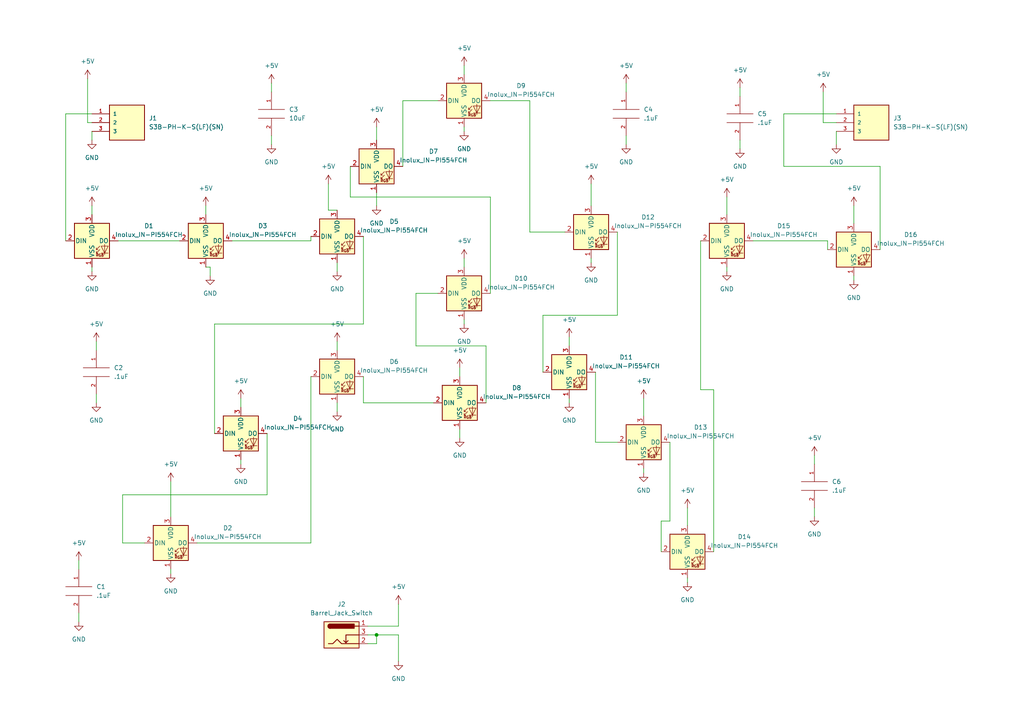
<source format=kicad_sch>
(kicad_sch (version 20211123) (generator eeschema)
  (paper "A4")
  (lib_symbols
    (symbol "Connector:Barrel_Jack_Switch" (pin_names hide)
      (property "Reference" "J" (at 0 5.334 0))
      (property "Value" "Barrel_Jack_Switch" (at 0 -5.08 0))
      (symbol "Barrel_Jack_Switch_0_1"
        (rectangle (start -5.08 3.81) (end 5.08 -3.81) (stroke (width 0.254)) (fill (type background)))
        (arc (start -3.302 3.175) (mid -3.937 2.54) (end -3.302 1.905) (stroke (width 0.254)))
        (arc (start -3.302 3.175) (mid -3.937 2.54) (end -3.302 1.905) (stroke (width 0.254)) (fill (type outline)))
        (polyline (pts (xy 1.27 -2.286) (xy 1.905 -1.651)) (stroke (width 0.254)))
        (polyline (pts (xy 5.08 2.54) (xy 3.81 2.54)) (stroke (width 0.254)))
        (polyline (pts (xy 5.08 0) (xy 1.27 0) (xy 1.27 -2.286) (xy 0.635 -1.651)) (stroke (width 0.254)))
        (polyline (pts (xy -3.81 -2.54) (xy -2.54 -2.54) (xy -1.27 -1.27) (xy 0 -2.54) (xy 2.54 -2.54) (xy 5.08 -2.54)) (stroke (width 0.254)))
        (rectangle (start 3.683 3.175) (end -3.302 1.905) (stroke (width 0.254)) (fill (type outline)))
      )
      (symbol "Barrel_Jack_Switch_1_1"
        (pin passive line (at 7.62 2.54 180) (length 2.54) (name "~") (number "1"))
        (pin passive line (at 7.62 -2.54 180) (length 2.54) (name "~") (number "2"))
        (pin passive line (at 7.62 0 180) (length 2.54) (name "~") (number "3"))
      )
    )
    (symbol "JST-PH 3-pin:S3B-PH-K-S(LF)(SN)" (pin_names (offset 1.016))
      (property "Reference" "J" (at -5.08 5.842 0))
      (property "Value" "S3B-PH-K-S(LF)(SN)" (at -5.08 -7.62 0))
      (symbol "S3B-PH-K-S(LF)(SN)_0_0"
        (rectangle (start -5.08 -5.08) (end 5.08 5.08) (stroke (width 0.254)) (fill (type background)))
        (pin passive line (at -10.16 2.54 0) (length 5.08) (name "1") (number "1"))
        (pin passive line (at -10.16 0 0) (length 5.08) (name "2") (number "2"))
        (pin passive line (at -10.16 -2.54 0) (length 5.08) (name "3") (number "3"))
      )
    )
    (symbol "LED:Inolux_IN-PI554FCH" (pin_names (offset 0.254))
      (property "Reference" "D" (at 5.08 5.715 0))
      (property "Value" "Inolux_IN-PI554FCH" (at 1.27 -5.715 0))
      (symbol "Inolux_IN-PI554FCH_0_0"
        (text "RGB" (at 2.286 -4.191 0) (effects (font (size 0.762 0.762))))
      )
      (symbol "Inolux_IN-PI554FCH_0_1"
        (polyline (pts (xy 1.27 -3.556) (xy 1.778 -3.556)))
        (polyline (pts (xy 1.27 -2.54) (xy 1.778 -2.54)))
        (polyline (pts (xy 4.699 -3.556) (xy 2.667 -3.556)))
        (polyline (pts (xy 2.286 -2.54) (xy 1.27 -3.556) (xy 1.27 -3.048)))
        (polyline (pts (xy 2.286 -1.524) (xy 1.27 -2.54) (xy 1.27 -2.032)))
        (polyline (pts (xy 3.683 -1.016) (xy 3.683 -3.556) (xy 3.683 -4.064)))
        (polyline (pts (xy 4.699 -1.524) (xy 2.667 -1.524) (xy 3.683 -3.556) (xy 4.699 -1.524)))
        (rectangle (start 5.08 5.08) (end -5.08 -5.08) (stroke (width 0.254)) (fill (type background)))
      )
      (symbol "Inolux_IN-PI554FCH_1_1"
        (pin power_in line (at 0 -7.62 90) (length 2.54) (name "VSS") (number "1"))
        (pin input line (at -7.62 0 0) (length 2.54) (name "DIN") (number "2"))
        (pin power_in line (at 0 7.62 270) (length 2.54) (name "VDD") (number "3"))
        (pin output line (at 7.62 0 180) (length 2.54) (name "DO") (number "4"))
      )
    )
    (symbol "power:+5V" (power) (pin_names (offset 0))
      (property "Value" "+5V" (at 0 3.556 0))
      (symbol "+5V_0_1"
        (polyline (pts (xy -0.762 1.27) (xy 0 2.54)))
        (polyline (pts (xy 0 0) (xy 0 2.54)))
        (polyline (pts (xy 0 2.54) (xy 0.762 1.27)))
      )
      (symbol "+5V_1_1"
        (pin power_in line (at 0 0 90) (length 0) hide (name "+5V") (number "1"))
      )
    )
    (symbol "power:GND" (power) (pin_names (offset 0))
      (property "Value" "GND" (at 0 -3.81 0))
      (symbol "GND_0_1"
        (polyline (pts (xy 0 0) (xy 0 -1.27) (xy 1.27 -1.27) (xy 0 -2.54) (xy -1.27 -1.27) (xy 0 -1.27)))
      )
      (symbol "GND_1_1"
        (pin power_in line (at 0 0 270) (length 0) hide (name "GND") (number "1"))
      )
    )
    (symbol "pspice:C" (pin_names (offset 0.254))
      (property "Reference" "C" (at 2.54 3.81 90))
      (property "Value" "C" (at 2.54 -3.81 90))
      (symbol "C_0_1"
        (polyline (pts (xy -3.81 -1.27) (xy 3.81 -1.27)))
        (polyline (pts (xy -3.81 1.27) (xy 3.81 1.27)))
      )
      (symbol "C_1_1"
        (pin passive line (at 0 6.35 270) (length 5.08) (name "~") (number "1"))
        (pin passive line (at 0 -6.35 90) (length 5.08) (name "~") (number "2"))
      )
    )
  )
  (junction (at 109.22 184.15))
  (wire (pts (xy 247.65 59.69) (xy 247.65 64.77)))
  (wire (pts (xy 109.22 184.15) (xy 115.57 184.15)))
  (wire (pts (xy 34.29 69.85) (xy 52.07 69.85)))
  (wire (pts (xy 22.86 162.56) (xy 22.86 165.1)))
  (wire (pts (xy 210.82 57.15) (xy 210.82 62.23)))
  (wire (pts (xy 22.86 177.8) (xy 22.86 180.34)))
  (wire (pts (xy 199.39 147.32) (xy 199.39 152.4)))
  (wire (pts (xy 120.65 100.33) (xy 120.65 85.09)))
  (wire (pts (xy 203.2 69.85) (xy 203.2 113.03)))
  (wire (pts (xy 97.79 99.06) (xy 97.79 101.6)))
  (wire (pts (xy 69.85 133.35) (xy 69.85 134.62)))
  (wire (pts (xy 214.63 25.4) (xy 214.63 27.94)))
  (wire (pts (xy 157.48 91.44) (xy 157.48 107.95)))
  (wire (pts (xy 95.25 53.34) (xy 95.25 60.96)))
  (wire (pts (xy 69.85 115.57) (xy 69.85 118.11)))
  (wire (pts (xy 207.01 113.03) (xy 207.01 160.02)))
  (wire (pts (xy 140.97 116.84) (xy 140.97 100.33)))
  (wire (pts (xy 134.62 74.93) (xy 134.62 77.47)))
  (wire (pts (xy 27.94 114.3) (xy 27.94 116.84)))
  (wire (pts (xy 115.57 184.15) (xy 115.57 191.77)))
  (wire (pts (xy 153.67 29.21) (xy 153.67 67.31)))
  (wire (pts (xy 77.47 125.73) (xy 77.47 143.51)))
  (wire (pts (xy 186.69 135.89) (xy 186.69 137.16)))
  (wire (pts (xy 35.56 157.48) (xy 41.91 157.48)))
  (wire (pts (xy 153.67 67.31) (xy 163.83 67.31)))
  (wire (pts (xy 140.97 100.33) (xy 120.65 100.33)))
  (wire (pts (xy 165.1 115.57) (xy 165.1 116.84)))
  (wire (pts (xy 227.33 33.02) (xy 242.57 33.02)))
  (wire (pts (xy 90.17 157.48) (xy 90.17 109.22)))
  (wire (pts (xy 133.35 124.46) (xy 133.35 127)))
  (wire (pts (xy 238.76 35.56) (xy 242.57 35.56)))
  (wire (pts (xy 227.33 48.26) (xy 227.33 33.02)))
  (wire (pts (xy 179.07 67.31) (xy 179.07 91.44)))
  (wire (pts (xy 109.22 55.88) (xy 109.22 59.69)))
  (wire (pts (xy 27.94 99.06) (xy 27.94 101.6)))
  (wire (pts (xy 236.22 147.32) (xy 236.22 149.86)))
  (wire (pts (xy 210.82 77.47) (xy 210.82 78.74)))
  (wire (pts (xy 218.44 69.85) (xy 240.03 69.85)))
  (wire (pts (xy 214.63 40.64) (xy 214.63 43.18)))
  (wire (pts (xy 90.17 69.85) (xy 90.17 68.58)))
  (wire (pts (xy 95.25 60.96) (xy 97.79 60.96)))
  (wire (pts (xy 181.61 24.13) (xy 181.61 26.67)))
  (wire (pts (xy 105.41 109.22) (xy 105.41 116.84)))
  (wire (pts (xy 26.67 77.47) (xy 26.67 78.74)))
  (wire (pts (xy 19.05 33.02) (xy 19.05 69.85)))
  (wire (pts (xy 78.74 24.13) (xy 78.74 26.67)))
  (wire (pts (xy 171.45 74.93) (xy 171.45 76.2)))
  (wire (pts (xy 172.72 107.95) (xy 172.72 128.27)))
  (wire (pts (xy 101.6 57.15) (xy 101.6 48.26)))
  (wire (pts (xy 25.4 22.86) (xy 25.4 35.56)))
  (wire (pts (xy 134.62 36.83) (xy 134.62 38.1)))
  (wire (pts (xy 255.27 48.26) (xy 227.33 48.26)))
  (wire (pts (xy 255.27 72.39) (xy 255.27 48.26)))
  (wire (pts (xy 67.31 69.85) (xy 90.17 69.85)))
  (wire (pts (xy 179.07 91.44) (xy 157.48 91.44)))
  (wire (pts (xy 142.24 29.21) (xy 153.67 29.21)))
  (wire (pts (xy 238.76 26.67) (xy 238.76 35.56)))
  (wire (pts (xy 199.39 167.64) (xy 199.39 168.91)))
  (wire (pts (xy 133.35 106.68) (xy 133.35 109.22)))
  (wire (pts (xy 105.41 116.84) (xy 125.73 116.84)))
  (wire (pts (xy 236.22 132.08) (xy 236.22 134.62)))
  (wire (pts (xy 191.77 151.13) (xy 191.77 160.02)))
  (wire (pts (xy 194.31 151.13) (xy 191.77 151.13)))
  (wire (pts (xy 26.67 59.69) (xy 26.67 62.23)))
  (wire (pts (xy 105.41 93.98) (xy 62.23 93.98)))
  (wire (pts (xy 57.15 157.48) (xy 90.17 157.48)))
  (wire (pts (xy 116.84 29.21) (xy 127 29.21)))
  (wire (pts (xy 142.24 85.09) (xy 142.24 57.15)))
  (wire (pts (xy 242.57 38.1) (xy 242.57 41.91)))
  (wire (pts (xy 78.74 39.37) (xy 78.74 41.91)))
  (wire (pts (xy 172.72 128.27) (xy 179.07 128.27)))
  (wire (pts (xy 247.65 80.01) (xy 247.65 81.28)))
  (wire (pts (xy 109.22 186.69) (xy 109.22 184.15)))
  (wire (pts (xy 105.41 68.58) (xy 105.41 93.98)))
  (wire (pts (xy 106.68 181.61) (xy 115.57 181.61)))
  (wire (pts (xy 134.62 92.71) (xy 134.62 93.98)))
  (wire (pts (xy 59.69 59.69) (xy 59.69 62.23)))
  (wire (pts (xy 116.84 48.26) (xy 116.84 29.21)))
  (wire (pts (xy 59.69 77.47) (xy 60.96 77.47)))
  (wire (pts (xy 35.56 143.51) (xy 35.56 157.48)))
  (wire (pts (xy 49.53 165.1) (xy 49.53 166.37)))
  (wire (pts (xy 26.67 33.02) (xy 19.05 33.02)))
  (wire (pts (xy 109.22 36.83) (xy 109.22 40.64)))
  (wire (pts (xy 97.79 76.2) (xy 97.79 78.74)))
  (wire (pts (xy 134.62 19.05) (xy 134.62 21.59)))
  (wire (pts (xy 106.68 184.15) (xy 109.22 184.15)))
  (wire (pts (xy 60.96 77.47) (xy 60.96 80.01)))
  (wire (pts (xy 165.1 97.79) (xy 165.1 100.33)))
  (wire (pts (xy 97.79 116.84) (xy 97.79 119.38)))
  (wire (pts (xy 194.31 128.27) (xy 194.31 151.13)))
  (wire (pts (xy 186.69 115.57) (xy 186.69 120.65)))
  (wire (pts (xy 181.61 39.37) (xy 181.61 41.91)))
  (wire (pts (xy 115.57 181.61) (xy 115.57 175.26)))
  (wire (pts (xy 142.24 57.15) (xy 101.6 57.15)))
  (wire (pts (xy 25.4 35.56) (xy 26.67 35.56)))
  (wire (pts (xy 171.45 53.34) (xy 171.45 59.69)))
  (wire (pts (xy 120.65 85.09) (xy 127 85.09)))
  (wire (pts (xy 106.68 186.69) (xy 109.22 186.69)))
  (wire (pts (xy 203.2 113.03) (xy 207.01 113.03)))
  (wire (pts (xy 26.67 38.1) (xy 26.67 40.64)))
  (wire (pts (xy 77.47 143.51) (xy 35.56 143.51)))
  (wire (pts (xy 49.53 139.7) (xy 49.53 149.86)))
  (wire (pts (xy 240.03 69.85) (xy 240.03 72.39)))
  (wire (pts (xy 62.23 93.98) (xy 62.23 125.73)))
  (symbol (lib_id "LED:Inolux_IN-PI554FCH") (at 97.79 109.22 0) (unit 1)
    (property "Reference" "D6" (at 114.3 104.8893 0))
    (property "Value" "Inolux_IN-PI554FCH" (at 114.3 107.4293 0))
    (property "Footprint" "LED_SMD:LED_Inolux_IN-PI554FCH_PLCC4_5.0x5.0mm_P3.2mm" (effects hide))
    (property "Datasheet" "http://www.inolux-corp.com/datasheet/SMDLED/Addressable%20LED/IN-PI554FCH.pdf" (effects hide))
  )
  (symbol (lib_id "power:+5V") (at 78.74 24.13 0) (unit 1)
    (property "Reference" "#PWR015" (effects hide))
    (property "Value" "+5V" (at 78.74 19.05 0))
  )
  (symbol (lib_id "power:GND") (at 26.67 40.64 0) (unit 1)
    (property "Reference" "#PWR04" (effects hide))
    (property "Value" "GND" (at 26.67 45.72 0))
  )
  (symbol (lib_id "power:GND") (at 247.65 81.28 0) (unit 1)
    (property "Reference" "#PWR050" (effects hide))
    (property "Value" "GND" (at 247.65 86.36 0))
  )
  (symbol (lib_id "LED:Inolux_IN-PI554FCH") (at 133.35 116.84 0) (unit 1)
    (property "Reference" "D8" (at 149.86 112.5093 0))
    (property "Value" "Inolux_IN-PI554FCH" (at 149.86 115.0493 0))
    (property "Footprint" "LED_SMD:LED_Inolux_IN-PI554FCH_PLCC4_5.0x5.0mm_P3.2mm" (effects hide))
    (property "Datasheet" "http://www.inolux-corp.com/datasheet/SMDLED/Addressable%20LED/IN-PI554FCH.pdf" (effects hide))
  )
  (symbol (lib_id "LED:Inolux_IN-PI554FCH") (at 186.69 128.27 0) (unit 1)
    (property "Reference" "D13" (at 203.2 123.9393 0))
    (property "Value" "Inolux_IN-PI554FCH" (at 203.2 126.4793 0))
    (property "Footprint" "LED_SMD:LED_Inolux_IN-PI554FCH_PLCC4_5.0x5.0mm_P3.2mm" (effects hide))
    (property "Datasheet" "http://www.inolux-corp.com/datasheet/SMDLED/Addressable%20LED/IN-PI554FCH.pdf" (effects hide))
  )
  (symbol (lib_id "power:GND") (at 134.62 38.1 0) (unit 1)
    (property "Reference" "#PWR028" (effects hide))
    (property "Value" "GND" (at 134.62 43.18 0))
  )
  (symbol (lib_id "power:+5V") (at 59.69 59.69 0) (unit 1)
    (property "Reference" "#PWR011" (effects hide))
    (property "Value" "+5V" (at 59.69 54.61 0))
  )
  (symbol (lib_id "LED:Inolux_IN-PI554FCH") (at 134.62 29.21 0) (unit 1)
    (property "Reference" "D9" (at 151.13 24.8793 0))
    (property "Value" "Inolux_IN-PI554FCH" (at 151.13 27.4193 0))
    (property "Footprint" "LED_SMD:LED_Inolux_IN-PI554FCH_PLCC4_5.0x5.0mm_P3.2mm" (effects hide))
    (property "Datasheet" "http://www.inolux-corp.com/datasheet/SMDLED/Addressable%20LED/IN-PI554FCH.pdf" (effects hide))
  )
  (symbol (lib_id "power:GND") (at 236.22 149.86 0) (unit 1)
    (property "Reference" "#PWR046" (effects hide))
    (property "Value" "GND" (at 236.22 154.94 0))
  )
  (symbol (lib_id "LED:Inolux_IN-PI554FCH") (at 165.1 107.95 0) (unit 1)
    (property "Reference" "D11" (at 181.61 103.6193 0))
    (property "Value" "Inolux_IN-PI554FCH" (at 181.61 106.1593 0))
    (property "Footprint" "LED_SMD:LED_Inolux_IN-PI554FCH_PLCC4_5.0x5.0mm_P3.2mm" (effects hide))
    (property "Datasheet" "http://www.inolux-corp.com/datasheet/SMDLED/Addressable%20LED/IN-PI554FCH.pdf" (effects hide))
  )
  (symbol (lib_id "power:+5V") (at 247.65 59.69 0) (unit 1)
    (property "Reference" "#PWR049" (effects hide))
    (property "Value" "+5V" (at 247.65 54.61 0))
  )
  (symbol (lib_id "power:+5V") (at 22.86 162.56 0) (unit 1)
    (property "Reference" "#PWR01" (effects hide))
    (property "Value" "+5V" (at 22.86 157.48 0))
  )
  (symbol (lib_id "JST-PH 3-pin:S3B-PH-K-S(LF)(SN)") (at 36.83 35.56 0) (unit 1)
    (property "Reference" "J1" (at 43.18 34.2899 0) (effects (justify left)))
    (property "Value" "S3B-PH-K-S(LF)(SN)" (at 43.18 36.8299 0) (effects (justify left)))
    (property "Footprint" "User Footprints:JST_S3B-PH-K-S(LF)(SN)" (effects hide))
    (property "STANDARD" "Manufacturer Recommendations" (effects hide))
    (property "MAXIMUM_PACKAGE_HEIGHT" "4.8mm" (effects hide))
    (property "MANUFACTURER" "JST Sales" (effects hide))
  )
  (symbol (lib_id "power:+5V") (at 214.63 25.4 0) (unit 1)
    (property "Reference" "#PWR043" (effects hide))
    (property "Value" "+5V" (at 214.63 20.32 0))
  )
  (symbol (lib_id "power:GND") (at 22.86 180.34 0) (unit 1)
    (property "Reference" "#PWR02" (effects hide))
    (property "Value" "GND" (at 22.86 185.42 0))
  )
  (symbol (lib_id "power:GND") (at 109.22 59.69 0) (unit 1)
    (property "Reference" "#PWR022" (effects hide))
    (property "Value" "GND" (at 109.22 64.77 0))
  )
  (symbol (lib_id "LED:Inolux_IN-PI554FCH") (at 134.62 85.09 0) (unit 1)
    (property "Reference" "D10" (at 151.13 80.7593 0))
    (property "Value" "Inolux_IN-PI554FCH" (at 151.13 83.2993 0))
    (property "Footprint" "LED_SMD:LED_Inolux_IN-PI554FCH_PLCC4_5.0x5.0mm_P3.2mm" (effects hide))
    (property "Datasheet" "http://www.inolux-corp.com/datasheet/SMDLED/Addressable%20LED/IN-PI554FCH.pdf" (effects hide))
  )
  (symbol (lib_id "pspice:C") (at 236.22 140.97 0) (unit 1)
    (property "Reference" "C6" (at 241.3 139.6999 0) (effects (justify left)))
    (property "Value" ".1uF" (at 241.3 142.2399 0) (effects (justify left)))
    (property "Footprint" "Capacitor_THT:C_Disc_D3.8mm_W2.6mm_P2.50mm" (effects hide))
  )
  (symbol (lib_id "power:+5V") (at 95.25 53.34 0) (unit 1)
    (property "Reference" "#PWR017" (effects hide))
    (property "Value" "+5V" (at 95.25 48.26 0))
  )
  (symbol (lib_id "power:GND") (at 115.57 191.77 0) (unit 1)
    (property "Reference" "#PWR024" (effects hide))
    (property "Value" "GND" (at 115.57 196.85 0))
  )
  (symbol (lib_id "power:GND") (at 69.85 134.62 0) (unit 1)
    (property "Reference" "#PWR014" (effects hide))
    (property "Value" "GND" (at 69.85 139.7 0))
  )
  (symbol (lib_id "power:GND") (at 181.61 41.91 0) (unit 1)
    (property "Reference" "#PWR036" (effects hide))
    (property "Value" "GND" (at 181.61 46.99 0))
  )
  (symbol (lib_id "power:+5V") (at 210.82 57.15 0) (unit 1)
    (property "Reference" "#PWR041" (effects hide))
    (property "Value" "+5V" (at 210.82 52.07 0))
  )
  (symbol (lib_id "power:GND") (at 27.94 116.84 0) (unit 1)
    (property "Reference" "#PWR08" (effects hide))
    (property "Value" "GND" (at 27.94 121.92 0))
  )
  (symbol (lib_id "LED:Inolux_IN-PI554FCH") (at 247.65 72.39 0) (unit 1)
    (property "Reference" "D16" (at 264.16 68.0593 0))
    (property "Value" "Inolux_IN-PI554FCH" (at 264.16 70.5993 0))
    (property "Footprint" "LED_SMD:LED_Inolux_IN-PI554FCH_PLCC4_5.0x5.0mm_P3.2mm" (effects hide))
    (property "Datasheet" "http://www.inolux-corp.com/datasheet/SMDLED/Addressable%20LED/IN-PI554FCH.pdf" (effects hide))
  )
  (symbol (lib_id "power:GND") (at 26.67 78.74 0) (unit 1)
    (property "Reference" "#PWR06" (effects hide))
    (property "Value" "GND" (at 26.67 83.82 0))
  )
  (symbol (lib_id "power:GND") (at 214.63 43.18 0) (unit 1)
    (property "Reference" "#PWR044" (effects hide))
    (property "Value" "GND" (at 214.63 48.26 0))
  )
  (symbol (lib_id "power:GND") (at 97.79 78.74 0) (unit 1)
    (property "Reference" "#PWR018" (effects hide))
    (property "Value" "GND" (at 97.79 83.82 0))
  )
  (symbol (lib_id "power:GND") (at 60.96 80.01 0) (unit 1)
    (property "Reference" "#PWR012" (effects hide))
    (property "Value" "GND" (at 60.96 85.09 0))
  )
  (symbol (lib_id "power:+5V") (at 236.22 132.08 0) (unit 1)
    (property "Reference" "#PWR045" (effects hide))
    (property "Value" "+5V" (at 236.22 127 0))
  )
  (symbol (lib_id "power:GND") (at 186.69 137.16 0) (unit 1)
    (property "Reference" "#PWR038" (effects hide))
    (property "Value" "GND" (at 186.69 142.24 0))
  )
  (symbol (lib_id "power:+5V") (at 171.45 53.34 0) (unit 1)
    (property "Reference" "#PWR033" (effects hide))
    (property "Value" "+5V" (at 171.45 48.26 0))
  )
  (symbol (lib_id "power:GND") (at 171.45 76.2 0) (unit 1)
    (property "Reference" "#PWR034" (effects hide))
    (property "Value" "GND" (at 171.45 81.28 0))
  )
  (symbol (lib_id "power:+5V") (at 133.35 106.68 0) (unit 1)
    (property "Reference" "#PWR025" (effects hide))
    (property "Value" "+5V" (at 133.35 101.6 0))
  )
  (symbol (lib_id "power:+5V") (at 165.1 97.79 0) (unit 1)
    (property "Reference" "#PWR031" (effects hide))
    (property "Value" "+5V" (at 165.1 92.71 0))
  )
  (symbol (lib_id "power:GND") (at 242.57 41.91 0) (unit 1)
    (property "Reference" "#PWR048" (effects hide))
    (property "Value" "GND" (at 242.57 46.99 0))
  )
  (symbol (lib_id "power:GND") (at 97.79 119.38 0) (unit 1)
    (property "Reference" "#PWR020" (effects hide))
    (property "Value" "GND" (at 97.79 124.46 0))
  )
  (symbol (lib_id "power:GND") (at 199.39 168.91 0) (unit 1)
    (property "Reference" "#PWR040" (effects hide))
    (property "Value" "GND" (at 199.39 173.99 0))
  )
  (symbol (lib_id "power:+5V") (at 27.94 99.06 0) (unit 1)
    (property "Reference" "#PWR07" (effects hide))
    (property "Value" "+5V" (at 27.94 93.98 0))
  )
  (symbol (lib_id "power:GND") (at 210.82 78.74 0) (unit 1)
    (property "Reference" "#PWR042" (effects hide))
    (property "Value" "GND" (at 210.82 83.82 0))
  )
  (symbol (lib_id "LED:Inolux_IN-PI554FCH") (at 210.82 69.85 0) (unit 1)
    (property "Reference" "D15" (at 227.33 65.5193 0))
    (property "Value" "Inolux_IN-PI554FCH" (at 227.33 68.0593 0))
    (property "Footprint" "LED_SMD:LED_Inolux_IN-PI554FCH_PLCC4_5.0x5.0mm_P3.2mm" (effects hide))
    (property "Datasheet" "http://www.inolux-corp.com/datasheet/SMDLED/Addressable%20LED/IN-PI554FCH.pdf" (effects hide))
  )
  (symbol (lib_id "LED:Inolux_IN-PI554FCH") (at 69.85 125.73 0) (unit 1)
    (property "Reference" "D4" (at 86.36 121.3993 0))
    (property "Value" "Inolux_IN-PI554FCH" (at 86.36 123.9393 0))
    (property "Footprint" "LED_SMD:LED_Inolux_IN-PI554FCH_PLCC4_5.0x5.0mm_P3.2mm" (effects hide))
    (property "Datasheet" "http://www.inolux-corp.com/datasheet/SMDLED/Addressable%20LED/IN-PI554FCH.pdf" (effects hide))
  )
  (symbol (lib_id "power:+5V") (at 69.85 115.57 0) (unit 1)
    (property "Reference" "#PWR013" (effects hide))
    (property "Value" "+5V" (at 69.85 110.49 0))
  )
  (symbol (lib_id "pspice:C") (at 181.61 33.02 0) (unit 1)
    (property "Reference" "C4" (at 186.69 31.7499 0) (effects (justify left)))
    (property "Value" ".1uF" (at 186.69 34.2899 0) (effects (justify left)))
    (property "Footprint" "Capacitor_THT:C_Disc_D3.8mm_W2.6mm_P2.50mm" (effects hide))
  )
  (symbol (lib_id "power:+5V") (at 49.53 139.7 0) (unit 1)
    (property "Reference" "#PWR09" (effects hide))
    (property "Value" "+5V" (at 49.53 134.62 0))
  )
  (symbol (lib_id "power:+5V") (at 238.76 26.67 0) (unit 1)
    (property "Reference" "#PWR047" (effects hide))
    (property "Value" "+5V" (at 238.76 21.59 0))
  )
  (symbol (lib_id "power:+5V") (at 25.4 22.86 0) (unit 1)
    (property "Reference" "#PWR03" (effects hide))
    (property "Value" "+5V" (at 25.4 17.78 0))
  )
  (symbol (lib_id "pspice:C") (at 214.63 34.29 0) (unit 1)
    (property "Reference" "C5" (at 219.71 33.0199 0) (effects (justify left)))
    (property "Value" ".1uF" (at 219.71 35.5599 0) (effects (justify left)))
    (property "Footprint" "Capacitor_THT:C_Disc_D3.8mm_W2.6mm_P2.50mm" (effects hide))
  )
  (symbol (lib_id "LED:Inolux_IN-PI554FCH") (at 109.22 48.26 0) (unit 1)
    (property "Reference" "D7" (at 125.73 43.9293 0))
    (property "Value" "Inolux_IN-PI554FCH" (at 125.73 46.4693 0))
    (property "Footprint" "LED_SMD:LED_Inolux_IN-PI554FCH_PLCC4_5.0x5.0mm_P3.2mm" (effects hide))
    (property "Datasheet" "http://www.inolux-corp.com/datasheet/SMDLED/Addressable%20LED/IN-PI554FCH.pdf" (effects hide))
  )
  (symbol (lib_id "LED:Inolux_IN-PI554FCH") (at 49.53 157.48 0) (unit 1)
    (property "Reference" "D2" (at 66.04 153.1493 0))
    (property "Value" "Inolux_IN-PI554FCH" (at 66.04 155.6893 0))
    (property "Footprint" "LED_SMD:LED_Inolux_IN-PI554FCH_PLCC4_5.0x5.0mm_P3.2mm" (effects hide))
    (property "Datasheet" "http://www.inolux-corp.com/datasheet/SMDLED/Addressable%20LED/IN-PI554FCH.pdf" (effects hide))
  )
  (symbol (lib_id "power:+5V") (at 186.69 115.57 0) (unit 1)
    (property "Reference" "#PWR037" (effects hide))
    (property "Value" "+5V" (at 186.69 110.49 0))
  )
  (symbol (lib_id "power:GND") (at 49.53 166.37 0) (unit 1)
    (property "Reference" "#PWR010" (effects hide))
    (property "Value" "GND" (at 49.53 171.45 0))
  )
  (symbol (lib_id "pspice:C") (at 27.94 107.95 0) (unit 1)
    (property "Reference" "C2" (at 33.02 106.6799 0) (effects (justify left)))
    (property "Value" ".1uF" (at 33.02 109.2199 0) (effects (justify left)))
    (property "Footprint" "Capacitor_THT:C_Disc_D3.8mm_W2.6mm_P2.50mm" (effects hide))
  )
  (symbol (lib_id "LED:Inolux_IN-PI554FCH") (at 97.79 68.58 0) (unit 1)
    (property "Reference" "D5" (at 114.3 64.2493 0))
    (property "Value" "Inolux_IN-PI554FCH" (at 114.3 66.7893 0))
    (property "Footprint" "LED_SMD:LED_Inolux_IN-PI554FCH_PLCC4_5.0x5.0mm_P3.2mm" (effects hide))
    (property "Datasheet" "http://www.inolux-corp.com/datasheet/SMDLED/Addressable%20LED/IN-PI554FCH.pdf" (effects hide))
  )
  (symbol (lib_id "LED:Inolux_IN-PI554FCH") (at 199.39 160.02 0) (unit 1)
    (property "Reference" "D14" (at 215.9 155.6893 0))
    (property "Value" "Inolux_IN-PI554FCH" (at 215.9 158.2293 0))
    (property "Footprint" "LED_SMD:LED_Inolux_IN-PI554FCH_PLCC4_5.0x5.0mm_P3.2mm" (effects hide))
    (property "Datasheet" "http://www.inolux-corp.com/datasheet/SMDLED/Addressable%20LED/IN-PI554FCH.pdf" (effects hide))
  )
  (symbol (lib_id "LED:Inolux_IN-PI554FCH") (at 171.45 67.31 0) (unit 1)
    (property "Reference" "D12" (at 187.96 62.9793 0))
    (property "Value" "Inolux_IN-PI554FCH" (at 187.96 65.5193 0))
    (property "Footprint" "LED_SMD:LED_Inolux_IN-PI554FCH_PLCC4_5.0x5.0mm_P3.2mm" (effects hide))
    (property "Datasheet" "http://www.inolux-corp.com/datasheet/SMDLED/Addressable%20LED/IN-PI554FCH.pdf" (effects hide))
  )
  (symbol (lib_id "power:+5V") (at 115.57 175.26 0) (unit 1)
    (property "Reference" "#PWR023" (effects hide))
    (property "Value" "+5V" (at 115.57 170.18 0))
  )
  (symbol (lib_id "power:+5V") (at 199.39 147.32 0) (unit 1)
    (property "Reference" "#PWR039" (effects hide))
    (property "Value" "+5V" (at 199.39 142.24 0))
  )
  (symbol (lib_id "power:+5V") (at 97.79 99.06 0) (unit 1)
    (property "Reference" "#PWR019" (effects hide))
    (property "Value" "+5V" (at 97.79 93.98 0))
  )
  (symbol (lib_id "power:+5V") (at 181.61 24.13 0) (unit 1)
    (property "Reference" "#PWR035" (effects hide))
    (property "Value" "+5V" (at 181.61 19.05 0))
  )
  (symbol (lib_id "power:+5V") (at 134.62 19.05 0) (unit 1)
    (property "Reference" "#PWR027" (effects hide))
    (property "Value" "+5V" (at 134.62 13.97 0))
  )
  (symbol (lib_id "LED:Inolux_IN-PI554FCH") (at 26.67 69.85 0) (unit 1)
    (property "Reference" "D1" (at 43.18 65.5193 0))
    (property "Value" "Inolux_IN-PI554FCH" (at 43.18 68.0593 0))
    (property "Footprint" "LED_SMD:LED_Inolux_IN-PI554FCH_PLCC4_5.0x5.0mm_P3.2mm" (effects hide))
    (property "Datasheet" "http://www.inolux-corp.com/datasheet/SMDLED/Addressable%20LED/IN-PI554FCH.pdf" (effects hide))
  )
  (symbol (lib_id "Connector:Barrel_Jack_Switch") (at 99.06 184.15 0) (unit 1)
    (property "Reference" "J2" (at 99.06 175.26 0))
    (property "Value" "Barrel_Jack_Switch" (at 99.06 177.8 0))
    (property "Footprint" "Connector_BarrelJack:BarrelJack_CUI_PJ-102AH_Horizontal" (effects hide))
  )
  (symbol (lib_id "power:+5V") (at 26.67 59.69 0) (unit 1)
    (property "Reference" "#PWR05" (effects hide))
    (property "Value" "+5V" (at 26.67 54.61 0))
  )
  (symbol (lib_id "power:+5V") (at 109.22 36.83 0) (unit 1)
    (property "Reference" "#PWR021" (effects hide))
    (property "Value" "+5V" (at 109.22 31.75 0))
  )
  (symbol (lib_id "JST-PH 3-pin:S3B-PH-K-S(LF)(SN)") (at 252.73 35.56 0) (unit 1)
    (property "Reference" "J3" (at 259.08 34.2899 0) (effects (justify left)))
    (property "Value" "S3B-PH-K-S(LF)(SN)" (at 259.08 36.8299 0) (effects (justify left)))
    (property "Footprint" "User Footprints:JST_S3B-PH-K-S(LF)(SN)" (effects hide))
    (property "STANDARD" "Manufacturer Recommendations" (effects hide))
    (property "MAXIMUM_PACKAGE_HEIGHT" "4.8mm" (effects hide))
    (property "MANUFACTURER" "JST Sales" (effects hide))
  )
  (symbol (lib_id "pspice:C") (at 22.86 171.45 0) (unit 1)
    (property "Reference" "C1" (at 27.94 170.1799 0) (effects (justify left)))
    (property "Value" ".1uF" (at 27.94 172.7199 0) (effects (justify left)))
    (property "Footprint" "Capacitor_THT:C_Disc_D3.8mm_W2.6mm_P2.50mm" (effects hide))
  )
  (symbol (lib_id "power:GND") (at 134.62 93.98 0) (unit 1)
    (property "Reference" "#PWR030" (effects hide))
    (property "Value" "GND" (at 134.62 99.06 0))
  )
  (symbol (lib_id "power:+5V") (at 134.62 74.93 0) (unit 1)
    (property "Reference" "#PWR029" (effects hide))
    (property "Value" "+5V" (at 134.62 69.85 0))
  )
  (symbol (lib_id "power:GND") (at 78.74 41.91 0) (unit 1)
    (property "Reference" "#PWR016" (effects hide))
    (property "Value" "GND" (at 78.74 46.99 0))
  )
  (symbol (lib_id "pspice:C") (at 78.74 33.02 0) (unit 1)
    (property "Reference" "C3" (at 83.82 31.7499 0) (effects (justify left)))
    (property "Value" "10uF" (at 83.82 34.2899 0) (effects (justify left)))
    (property "Footprint" "Capacitor_THT:C_Disc_D4.7mm_W2.5mm_P5.00mm" (effects hide))
  )
  (symbol (lib_id "power:GND") (at 165.1 116.84 0) (unit 1)
    (property "Reference" "#PWR032" (effects hide))
    (property "Value" "GND" (at 165.1 121.92 0))
  )
  (symbol (lib_id "LED:Inolux_IN-PI554FCH") (at 59.69 69.85 0) (unit 1)
    (property "Reference" "D3" (at 76.2 65.5193 0))
    (property "Value" "Inolux_IN-PI554FCH" (at 76.2 68.0593 0))
    (property "Footprint" "LED_SMD:LED_Inolux_IN-PI554FCH_PLCC4_5.0x5.0mm_P3.2mm" (effects hide))
    (property "Datasheet" "http://www.inolux-corp.com/datasheet/SMDLED/Addressable%20LED/IN-PI554FCH.pdf" (effects hide))
  )
  (symbol (lib_id "power:GND") (at 133.35 127 0) (unit 1)
    (property "Reference" "#PWR026" (effects hide))
    (property "Value" "GND" (at 133.35 132.08 0))
  )
)
</source>
